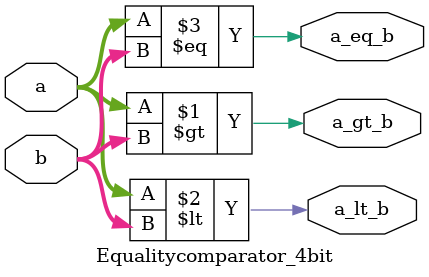
<source format=v>
`timescale 1ns / 1ps
module Equalitycomparator_4bit(a_gt_b, a_lt_b, a_eq_b, a,b);

input [3 : 0] a,b;
output a_gt_b, a_lt_b, a_eq_b;

assign a_gt_b = (a > b);
assign a_lt_b = (a < b);
assign a_eq_b = (a == b);

endmodule

</source>
